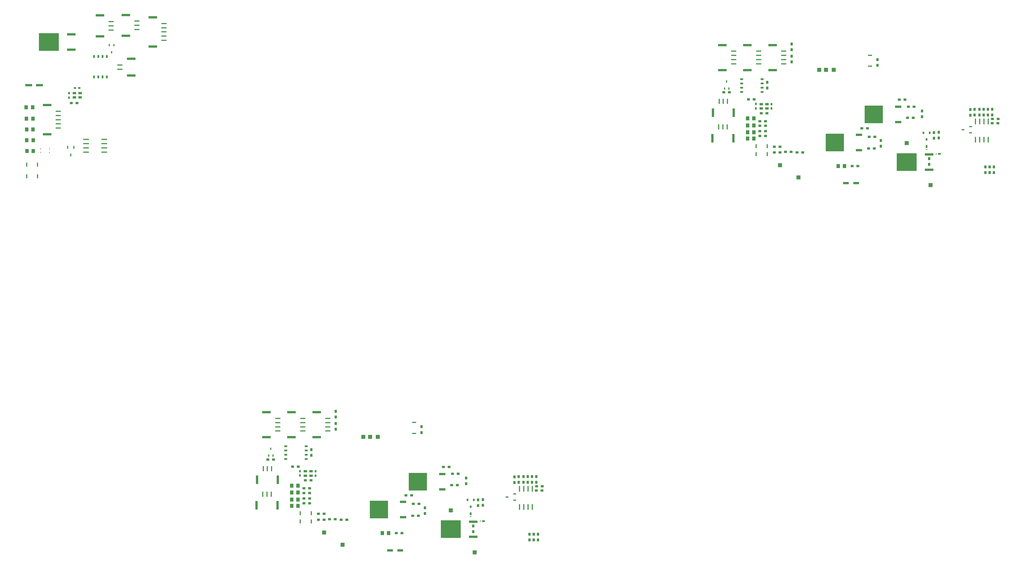
<source format=gbr>
G04 DipTrace 3.2.0.1*
G04 TopPaste.gbr*
%MOIN*%
G04 #@! TF.FileFunction,Paste,Top*
G04 #@! TF.Part,Single*
%ADD61R,0.031496X0.035433*%
%ADD79R,0.015748X0.070866*%
%ADD80R,0.037126X0.022126*%
%ADD81R,0.051181X0.01378*%
%ADD82R,0.033465X0.017717*%
%ADD83R,0.214567X0.21063*%
%ADD84R,0.074803X0.031496*%
%ADD85R,0.023622X0.027559*%
%ADD86R,0.015748X0.059055*%
%ADD87R,0.031496X0.102362*%
%ADD88R,0.019291X0.032874*%
%ADD89R,0.019291X0.007283*%
%ADD90R,0.032874X0.019291*%
%ADD91R,0.007283X0.019291*%
%ADD94R,0.070866X0.031496*%
%ADD95R,0.03937X0.031496*%
%ADD96R,0.003937X0.025591*%
%ADD97R,0.234252X0.21063*%
%ADD98R,0.100394X0.031496*%
%ADD99R,0.022126X0.037126*%
%ADD100R,0.070866X0.015748*%
%ADD101R,0.003937X0.03937*%
%ADD102R,0.03937X0.003937*%
%ADD103R,0.011024X0.014567*%
%ADD104R,0.017717X0.033465*%
%ADD106R,0.003937X0.047244*%
%ADD107R,0.059055X0.015748*%
%ADD108R,0.102362X0.031496*%
%ADD111R,0.043307X0.051181*%
%ADD112R,0.011811X0.025591*%
%ADD113R,0.07874X0.031496*%
%ADD114R,0.027559X0.019685*%
%ADD115R,0.019685X0.027559*%
%ADD116R,0.035433X0.031496*%
%ADD117R,0.01378X0.051181*%
%ADD118R,0.051181X0.051181*%
%FSLAX26Y26*%
G04*
G70*
G90*
G75*
G01*
G04 TopPaste*
%LPD*%
D117*
X2337022Y-2463051D3*
X2209070D3*
X2337059Y-2597381D3*
X2209106D3*
D115*
X2705678Y-1623381D3*
Y-1674562D3*
D114*
X2775415Y-1560962D3*
X2826596D3*
D113*
X2233571Y-1526751D3*
X2359555D3*
D112*
X3232661Y-1058475D3*
X3181475D3*
X3207068Y-1141152D3*
D111*
X2208421Y-2049715D3*
X2283224D3*
X2210930Y-2175923D3*
X2285734D3*
X2212854Y-2300878D3*
X2287657D3*
X2207043Y-1921844D3*
X2281846D3*
X2204320Y-1789451D3*
X2279123D3*
D108*
X3372564Y-703495D3*
Y-949558D3*
D107*
X3504454Y-776329D3*
Y-825542D3*
Y-874755D3*
D108*
X3068761Y-709033D3*
Y-955096D3*
D107*
X3200651Y-781867D3*
Y-831080D3*
Y-880293D3*
D108*
X3435213Y-1414517D3*
Y-1217667D3*
D107*
X3303323Y-1341682D3*
Y-1292470D3*
D108*
X3689465Y-731615D3*
Y-1074135D3*
D107*
X3821354Y-853663D3*
Y-902875D3*
Y-804450D3*
Y-952088D3*
Y-1001301D3*
D108*
X2448512Y-1762643D3*
Y-2105163D3*
D107*
X2580402Y-1884690D3*
Y-1933903D3*
Y-1835478D3*
Y-1983115D3*
Y-2032328D3*
D106*
X3833768Y-1451510D3*
X3853453D3*
X3873138D3*
X3892823D3*
X3912508D3*
Y-1278282D3*
X3892823D3*
X3873138D3*
X3853453D3*
X3833768D3*
X3838657Y-1971037D3*
X3858343D3*
X3878028D3*
X3897713D3*
X3917398D3*
Y-1797808D3*
X3897713D3*
X3878028D3*
X3858343D3*
X3838657D3*
X3838957Y-2616743D3*
X3858642D3*
X3878327D3*
X3898012D3*
X3917697D3*
Y-2443514D3*
X3898012D3*
X3878327D3*
X3858642D3*
X3838957D3*
D104*
X2764783Y-2257030D3*
X2689980D3*
X2727382Y-2347581D3*
D116*
X2799676Y-1738752D3*
X2732747D3*
D103*
X2371769Y-2319836D3*
X2474919D3*
X2371769Y-2274167D3*
X2474919D3*
D102*
X2960836Y-1657659D3*
Y-1677344D3*
Y-1697029D3*
Y-1716714D3*
Y-1736399D3*
Y-1756084D3*
Y-1775769D3*
Y-1795454D3*
Y-1815139D3*
Y-1834824D3*
Y-1854509D3*
Y-1874194D3*
Y-1893879D3*
Y-1913564D3*
Y-1933249D3*
Y-1952934D3*
D101*
X3039576Y-2031675D3*
X3059261D3*
X3078946D3*
X3098631D3*
X3118316D3*
X3138001D3*
X3157686D3*
X3177371D3*
X3197056D3*
X3216741D3*
X3236427D3*
X3256112D3*
X3275797D3*
X3295482D3*
X3315167D3*
X3334852D3*
D102*
X3413592Y-1952934D3*
Y-1933249D3*
Y-1913564D3*
Y-1893879D3*
Y-1874194D3*
Y-1854509D3*
Y-1834824D3*
Y-1815139D3*
Y-1795454D3*
Y-1775769D3*
Y-1756084D3*
Y-1736399D3*
Y-1716714D3*
Y-1697029D3*
Y-1677344D3*
Y-1657659D3*
D101*
X3334852Y-1578919D3*
X3315167D3*
X3295482D3*
X3275797D3*
X3256112D3*
X3236427D3*
X3216741D3*
X3197056D3*
X3177371D3*
X3157686D3*
X3138001D3*
X3118316D3*
X3098631D3*
X3078946D3*
X3059261D3*
X3039576D3*
D100*
X3120516Y-2314492D3*
Y-2264492D3*
Y-2214492D3*
Y-2164492D3*
X2907917D3*
Y-2214492D3*
Y-2264492D3*
Y-2314492D3*
D99*
X3001096Y-1432619D3*
X3051096D3*
X3101096D3*
X3151096D3*
Y-1192121D3*
X3101096D3*
X3051096D3*
X3001096D3*
D98*
X2734315Y-1110272D3*
Y-930744D3*
D97*
X2470535Y-1020508D3*
D96*
X3722554Y-1410440D3*
X3702869D3*
X3683184D3*
X3663499D3*
Y-1532487D3*
X3683184D3*
X3702869D3*
X3722554D3*
X3742566Y-1694280D3*
X3722881D3*
X3703196D3*
X3683510D3*
Y-1816327D3*
X3703196D3*
X3722881D3*
X3742566D3*
X3685501Y-2023997D3*
X3665816D3*
X3646131D3*
X3626446D3*
Y-2146045D3*
X3646131D3*
X3665816D3*
X3685501D3*
D95*
X2836261Y-1672148D3*
Y-1620967D3*
X2769332Y-1672148D3*
Y-1620967D3*
D61*
X13461003Y-2489500D3*
Y-2556429D3*
D118*
X12537303Y-2209350D3*
D61*
X13561001Y-2489500D3*
Y-2556429D3*
X13511001Y-2489500D3*
Y-2556429D3*
D117*
X10899408Y-2337928D3*
X10771455D3*
X10899408Y-2244188D3*
X10771455D3*
D118*
X11049392Y-2469164D3*
X11268119Y-2612899D3*
D115*
X10949403Y-1750490D3*
Y-1801671D3*
X10768172Y-1800484D3*
Y-1749303D3*
D61*
X12192833Y-1227427D3*
Y-1294356D3*
X12800541Y-2458349D3*
Y-2391420D3*
D94*
X11824705Y-2677854D3*
X11942815D3*
D61*
X10899408Y-1563009D3*
Y-1496080D3*
X12716161Y-1830083D3*
Y-1897012D3*
X12234101Y-2177676D3*
Y-2244605D3*
X13389938Y-1812681D3*
Y-1879610D3*
X13539938Y-1812681D3*
Y-1879610D3*
X13439938Y-1812681D3*
Y-1879610D3*
D116*
X13538314Y-1975180D3*
X13605243D3*
D91*
X12883760Y-2335335D3*
D90*
X12919390D3*
D89*
X12769927Y-2283724D3*
D88*
Y-2248094D3*
D111*
X11807891Y-2477067D3*
X11733088D3*
X10744550Y-1919222D3*
X10669747D3*
X10744550Y-2000463D3*
X10669747D3*
D112*
X10398228Y-1567437D3*
X10449415D3*
X10423822Y-1484760D3*
D111*
X10744550Y-2081705D3*
X10669747D3*
X10744550Y-2156697D3*
X10669747D3*
D118*
X12816831Y-2701476D3*
D108*
X10667993Y-1056812D3*
Y-1350119D3*
D107*
X10799883Y-1178860D3*
Y-1228072D3*
Y-1129647D3*
Y-1277285D3*
D108*
X10961713Y-1056812D3*
Y-1350119D3*
D107*
X11093602Y-1178860D3*
Y-1228072D3*
Y-1129647D3*
Y-1277285D3*
D87*
X10262112Y-1850505D3*
X10508175D3*
D86*
X10334946Y-1718615D3*
X10384159D3*
X10433371D3*
X10334946D3*
D108*
X10374274Y-1056812D3*
Y-1350119D3*
D107*
X10506164Y-1178860D3*
Y-1228072D3*
Y-1129647D3*
Y-1277285D3*
D87*
X10257776Y-2150295D3*
X10503839D3*
D86*
X10330610Y-2018406D3*
X10379823D3*
X10429035D3*
X10330610D3*
D85*
X12769587Y-2166043D3*
X12732185Y-2087303D3*
X12806988D3*
D84*
X11977878Y-2290164D3*
Y-2110636D3*
D83*
X11692445Y-2200400D3*
D84*
X12434941Y-1961319D3*
Y-1781791D3*
D83*
X12149508Y-1871555D3*
D82*
X13287626Y-2089106D3*
Y-2014303D3*
X13197075Y-2051705D3*
D116*
X10830665Y-1857416D3*
X10897594D3*
D61*
X12912013Y-2081954D3*
Y-2148883D3*
X12856486Y-2084930D3*
Y-2151860D3*
D116*
X11895571Y-2477067D3*
X11962500D3*
X11111886Y-2312930D3*
X11178815D3*
X11318114Y-2319180D3*
X11251185D3*
D61*
X11186689Y-1113056D3*
Y-1046127D3*
Y-1188049D3*
Y-1254978D3*
D116*
X10678352Y-1694255D3*
X10745281D3*
X10878786Y-1950469D3*
X10811857D3*
X10878786Y-2006713D3*
X10811857D3*
X10457483Y-1613005D3*
X10390554D3*
X10878786Y-2069206D3*
X10811857D3*
X10878786Y-2125450D3*
X10811857D3*
X11049392Y-2250437D3*
X10982463D3*
X11049392Y-2319180D3*
X10982463D3*
X12090366Y-2271416D3*
X12157295D3*
X12096615Y-2133930D3*
X12163545D3*
X12555492Y-1780088D3*
X12622421D3*
X12077867Y-2033941D3*
X12010938D3*
X12516182Y-1698846D3*
X12449253D3*
X13542251Y-1925180D3*
X13609180D3*
D61*
X13489938Y-1812681D3*
Y-1879610D3*
X13283688Y-1881429D3*
Y-1814500D3*
X13333688Y-1812681D3*
Y-1879610D3*
D116*
X12547429Y-1911324D3*
X12614358D3*
D118*
X11509744Y-1347146D3*
X11588484D3*
D81*
X12105343Y-1177432D3*
Y-1305385D3*
D118*
X11679035Y-1347146D3*
D102*
X11043143Y-1844230D3*
Y-1863915D3*
Y-1883600D3*
Y-1903285D3*
Y-1922970D3*
Y-1942655D3*
Y-1962340D3*
Y-1982025D3*
Y-2001710D3*
Y-2021395D3*
Y-2041080D3*
Y-2060765D3*
Y-2080450D3*
Y-2100135D3*
Y-2119820D3*
Y-2139505D3*
D101*
X11121883Y-2218245D3*
X11141568D3*
X11161253D3*
X11180938D3*
X11200623D3*
X11220308D3*
X11239993D3*
X11259678D3*
X11279364D3*
X11299049D3*
X11318734D3*
X11338419D3*
X11358104D3*
X11377789D3*
X11397474D3*
X11417159D3*
D102*
X11495899Y-2139505D3*
Y-2119820D3*
Y-2100135D3*
Y-2080450D3*
Y-2060765D3*
Y-2041080D3*
Y-2021395D3*
Y-2001710D3*
Y-1982025D3*
Y-1962340D3*
Y-1942655D3*
Y-1922970D3*
Y-1903285D3*
Y-1883600D3*
Y-1863915D3*
Y-1844230D3*
D101*
X11417159Y-1765490D3*
X11397474D3*
X11377789D3*
X11358104D3*
X11338419D3*
X11318734D3*
X11299049D3*
X11279364D3*
X11259678D3*
X11239993D3*
X11220308D3*
X11200623D3*
X11180938D3*
X11161253D3*
X11141568D3*
X11121883D3*
D98*
X12799198Y-2520554D3*
Y-2341026D3*
D97*
X12535419Y-2430790D3*
D80*
X10840852Y-1606755D3*
Y-1556755D3*
Y-1506755D3*
Y-1456755D3*
X10600353D3*
Y-1506755D3*
Y-1556755D3*
Y-1606755D3*
D79*
X13492252Y-1956430D3*
X13442252D3*
X13392252D3*
X13342252D3*
Y-2169029D3*
X13392252D3*
X13442252D3*
X13492252D3*
D95*
X10830665Y-1750490D3*
Y-1801671D3*
X10897594Y-1750490D3*
Y-1801671D3*
D61*
X8111003Y-6802000D3*
Y-6868929D3*
D118*
X7187303Y-6521850D3*
D61*
X8211001Y-6802000D3*
Y-6868929D3*
X8161001Y-6802000D3*
Y-6868929D3*
D117*
X5549408Y-6650428D3*
X5421455D3*
X5549408Y-6556688D3*
X5421455D3*
D118*
X5699392Y-6781664D3*
X5918119Y-6925399D3*
D115*
X5599403Y-6062990D3*
Y-6114171D3*
X5418172Y-6112984D3*
Y-6061803D3*
D61*
X6842833Y-5539927D3*
Y-5606856D3*
X7450541Y-6770849D3*
Y-6703920D3*
D94*
X6474705Y-6990354D3*
X6592815D3*
D61*
X5549408Y-5875509D3*
Y-5808580D3*
X7366161Y-6142583D3*
Y-6209512D3*
X6884101Y-6490176D3*
Y-6557105D3*
X8039938Y-6125181D3*
Y-6192110D3*
X8189938Y-6125181D3*
Y-6192110D3*
X8089938Y-6125181D3*
Y-6192110D3*
D116*
X8188314Y-6287680D3*
X8255243D3*
D91*
X7533760Y-6647835D3*
D90*
X7569390D3*
D89*
X7419927Y-6596224D3*
D88*
Y-6560594D3*
D111*
X6457891Y-6789567D3*
X6383088D3*
X5394550Y-6231722D3*
X5319747D3*
X5394550Y-6312963D3*
X5319747D3*
D112*
X5048228Y-5879937D3*
X5099415D3*
X5073822Y-5797260D3*
D111*
X5394550Y-6394205D3*
X5319747D3*
X5394550Y-6469197D3*
X5319747D3*
D118*
X7466831Y-7013976D3*
D108*
X5317993Y-5369312D3*
Y-5662619D3*
D107*
X5449883Y-5491360D3*
Y-5540572D3*
Y-5442147D3*
Y-5589785D3*
D108*
X5611713Y-5369312D3*
Y-5662619D3*
D107*
X5743602Y-5491360D3*
Y-5540572D3*
Y-5442147D3*
Y-5589785D3*
D87*
X4912112Y-6163005D3*
X5158175D3*
D86*
X4984946Y-6031115D3*
X5034159D3*
X5083371D3*
X4984946D3*
D108*
X5024274Y-5369312D3*
Y-5662619D3*
D107*
X5156164Y-5491360D3*
Y-5540572D3*
Y-5442147D3*
Y-5589785D3*
D87*
X4907776Y-6462795D3*
X5153839D3*
D86*
X4980610Y-6330906D3*
X5029823D3*
X5079035D3*
X4980610D3*
D85*
X7419587Y-6478543D3*
X7382185Y-6399803D3*
X7456988D3*
D84*
X6627878Y-6602664D3*
Y-6423136D3*
D83*
X6342445Y-6512900D3*
D84*
X7084941Y-6273819D3*
Y-6094291D3*
D83*
X6799508Y-6184055D3*
D82*
X7937626Y-6401606D3*
Y-6326803D3*
X7847075Y-6364205D3*
D116*
X5480665Y-6169916D3*
X5547594D3*
D61*
X7562013Y-6394454D3*
Y-6461383D3*
X7506486Y-6397430D3*
Y-6464360D3*
D116*
X6545571Y-6789567D3*
X6612500D3*
X5761886Y-6625430D3*
X5828815D3*
X5968114Y-6631680D3*
X5901185D3*
D61*
X5836689Y-5425556D3*
Y-5358627D3*
Y-5500549D3*
Y-5567478D3*
D116*
X5328352Y-6006755D3*
X5395281D3*
X5528786Y-6262969D3*
X5461857D3*
X5528786Y-6319213D3*
X5461857D3*
X5107483Y-5925505D3*
X5040554D3*
X5528786Y-6381706D3*
X5461857D3*
X5528786Y-6437950D3*
X5461857D3*
X5699392Y-6562937D3*
X5632463D3*
X5699392Y-6631680D3*
X5632463D3*
X6740366Y-6583916D3*
X6807295D3*
X6746615Y-6446430D3*
X6813545D3*
X7205492Y-6092588D3*
X7272421D3*
X6727867Y-6346441D3*
X6660938D3*
X7166182Y-6011346D3*
X7099253D3*
X8192251Y-6237680D3*
X8259180D3*
D61*
X8139938Y-6125181D3*
Y-6192110D3*
X7933688Y-6193929D3*
Y-6127000D3*
X7983688Y-6125181D3*
Y-6192110D3*
D116*
X7197429Y-6223824D3*
X7264358D3*
D118*
X6159744Y-5659646D3*
X6238484D3*
D81*
X6755343Y-5489932D3*
Y-5617885D3*
D118*
X6329035Y-5659646D3*
D102*
X5693143Y-6156730D3*
Y-6176415D3*
Y-6196100D3*
Y-6215785D3*
Y-6235470D3*
Y-6255155D3*
Y-6274840D3*
Y-6294525D3*
Y-6314210D3*
Y-6333895D3*
Y-6353580D3*
Y-6373265D3*
Y-6392950D3*
Y-6412635D3*
Y-6432320D3*
Y-6452005D3*
D101*
X5771883Y-6530745D3*
X5791568D3*
X5811253D3*
X5830938D3*
X5850623D3*
X5870308D3*
X5889993D3*
X5909678D3*
X5929364D3*
X5949049D3*
X5968734D3*
X5988419D3*
X6008104D3*
X6027789D3*
X6047474D3*
X6067159D3*
D102*
X6145899Y-6452005D3*
Y-6432320D3*
Y-6412635D3*
Y-6392950D3*
Y-6373265D3*
Y-6353580D3*
Y-6333895D3*
Y-6314210D3*
Y-6294525D3*
Y-6274840D3*
Y-6255155D3*
Y-6235470D3*
Y-6215785D3*
Y-6196100D3*
Y-6176415D3*
Y-6156730D3*
D101*
X6067159Y-6077990D3*
X6047474D3*
X6027789D3*
X6008104D3*
X5988419D3*
X5968734D3*
X5949049D3*
X5929364D3*
X5909678D3*
X5889993D3*
X5870308D3*
X5850623D3*
X5830938D3*
X5811253D3*
X5791568D3*
X5771883D3*
D98*
X7449198Y-6833054D3*
Y-6653526D3*
D97*
X7185419Y-6743290D3*
D80*
X5490852Y-5919255D3*
Y-5869255D3*
Y-5819255D3*
Y-5769255D3*
X5250353D3*
Y-5819255D3*
Y-5869255D3*
Y-5919255D3*
D79*
X8142252Y-6268930D3*
X8092252D3*
X8042252D3*
X7992252D3*
Y-6481529D3*
X8042252D3*
X8092252D3*
X8142252D3*
D95*
X5480665Y-6062990D3*
Y-6114171D3*
X5547594Y-6062990D3*
Y-6114171D3*
M02*

</source>
